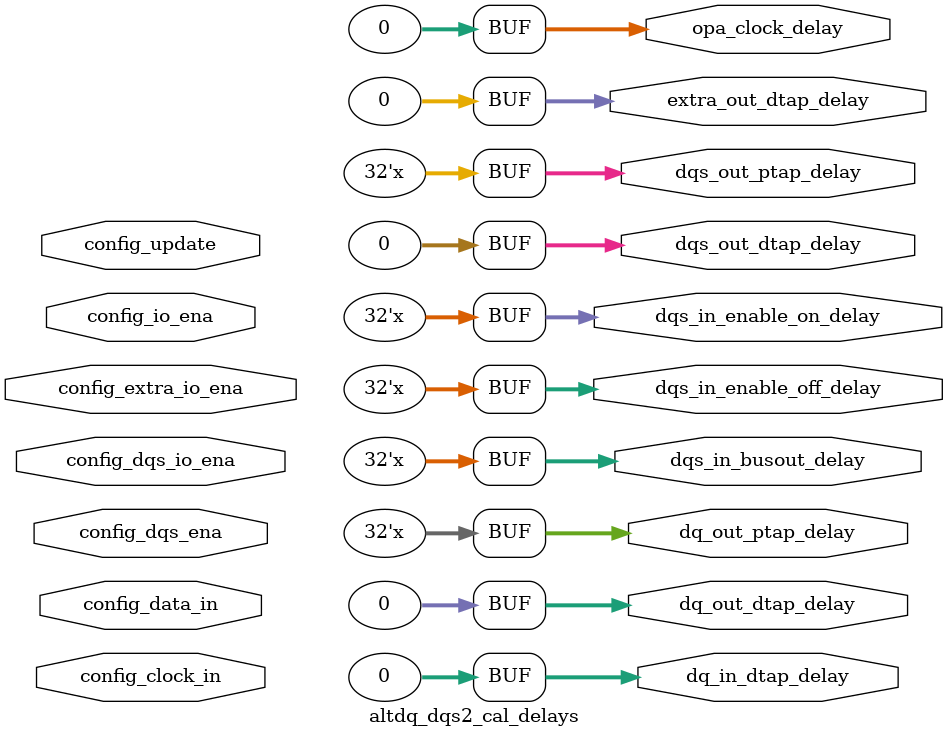
<source format=sv>


`timescale 1 ps / 1 ps


module altdq_dqs2_cal_delays #(

        parameter CLOCK_FREQ = "",
        parameter PIN_WIDTH = 1,
        parameter EXTRA_OUTPUT_WIDTH = 1,
	parameter DEGREES_PER_PHASE_TAP = "",
	parameter DELAY_WIDTH = 32
		    
) (
	input wire config_data_in,
	input wire config_update,
	input wire config_dqs_ena,
	input wire [PIN_WIDTH-1:0] config_io_ena,
	input wire [EXTRA_OUTPUT_WIDTH-1:0] config_extra_io_ena,
	input wire config_dqs_io_ena,
	input wire config_clock_in,

	output wire [DELAY_WIDTH-1:0] opa_clock_delay,
	output wire [DELAY_WIDTH-1:0] dqs_in_busout_delay,
	output wire [DELAY_WIDTH-1:0] dqs_in_enable_on_delay,
	output wire [DELAY_WIDTH-1:0] dqs_in_enable_off_delay,
	output wire [DELAY_WIDTH-1:0] dqs_out_ptap_delay,
	output wire [DELAY_WIDTH-1:0] dqs_out_dtap_delay,
	output wire [DELAY_WIDTH-1:0] dq_out_ptap_delay,
	output wire [(PIN_WIDTH*DELAY_WIDTH)-1:0] dq_out_dtap_delay,
	output wire [(PIN_WIDTH*DELAY_WIDTH)-1:0] dq_in_dtap_delay,
	output wire [(PIN_WIDTH*DELAY_WIDTH)-1:0] extra_out_dtap_delay

);


function integer phase_to_ps;
	input integer clk_rate;
	input integer deg;
	phase_to_ps = deg * (1000000) / clk_rate / (360);
endfunction

function integer phasetap_to_ps;
	input integer clk_rate;
	input integer tap;
	begin
		phasetap_to_ps = phase_to_ps(clk_rate, tap * DEGREES_PER_PHASE_TAP);
	end
endfunction

assign opa_clock_delay = 0;
assign dqs_in_busout_delay = phase_to_ps(CLOCK_FREQ, 90);
assign dqs_in_enable_on_delay = phase_to_ps(CLOCK_FREQ, 630);
assign dqs_in_enable_off_delay = phase_to_ps(CLOCK_FREQ, 630 - 180);
assign dqs_out_ptap_delay = phase_to_ps(CLOCK_FREQ, 420);
assign dqs_out_dtap_delay = 0;
assign dq_out_ptap_delay = phase_to_ps(CLOCK_FREQ, 360);

assign dq_out_dtap_delay = '0;
assign dq_in_dtap_delay = '0;
assign extra_out_dtap_delay = '0;

endmodule



</source>
